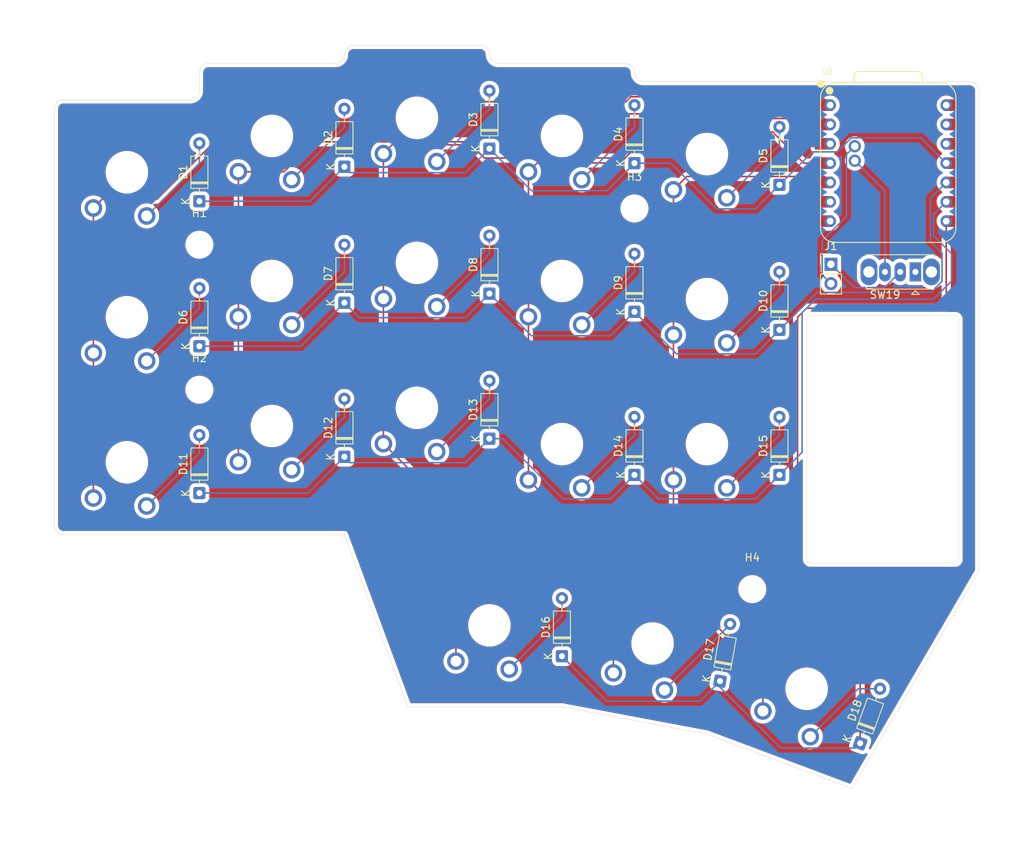
<source format=kicad_pcb>
(kicad_pcb (version 20241229) (generator "pcbnew") (generator_version "9.0")
  (layers (0 "F.Cu" signal) (2 "B.Cu" signal) (13 "F.Paste" user) (15 "B.Paste" user) (5 "F.SilkS" user "F.Silkscreen") (7 "B.SilkS" user "B.Silkscreen") (1 "F.Mask" user) (3 "B.Mask" user) (25 "Edge.Cuts" user))
  (net 0 "")
  (net 1 "Net-(D1-A)")
  (net 2 "Row 0")
  (net 3 "Net-(D2-A)")
  (net 4 "Net-(D3-A)")
  (net 5 "Net-(D4-A)")
  (net 6 "Net-(D5-A)")
  (net 7 "Net-(D6-A)")
  (net 8 "Row 1")
  (net 9 "Net-(D7-A)")
  (net 10 "Net-(D8-A)")
  (net 11 "Net-(D9-A)")
  (net 12 "Net-(D10-A)")
  (net 13 "Row 2")
  (net 14 "Net-(D11-A)")
  (net 15 "Net-(D12-A)")
  (net 16 "Net-(D13-A)")
  (net 17 "Net-(D14-A)")
  (net 18 "Net-(D15-A)")
  (net 19 "Row 3")
  (net 20 "Net-(D16-A)")
  (net 21 "Net-(D17-A)")
  (net 22 "Net-(D18-A)")
  (net 23 "GND")
  (net 24 "+5V")
  (net 25 "Net-(J1-Pin_1)")
  (net 26 "B-")
  (net 27 "Column 0")
  (net 28 "Column 1")
  (net 29 "Column 2")
  (net 30 "Column 3")
  (net 31 "Column 4")
  (net 33 "B+")
  (net 34 "+3V3")
  (footprint "Diode_THT:D_DO-35_SOD27_P7.62mm_Horizontal" (layer "F.Cu") (at 123.4625 92.216875 90)
    (property "Reference" "D14" (at 3.81 -2.119999 90) (layer "F.SilkS"))
    (property "Value" "1N4148")
    (fp_text user "K" (at -0.000002 -1.800001 90) (layer "F.SilkS"))
    (pad "1" thru_hole roundrect (at 0 0 90) (size 1.6 1.6) (drill 0.8) (layers "*.Cu" "*.Mask") (roundrect_rratio 0.15625) (net 13 "Row 2"))
    (pad "2" thru_hole circle (at 7.62 0 90) (size 1.6 1.6) (drill 0.8) (layers "*.Cu" "*.Mask") (net 17 "Net-(D14-A)"))
  )
  (footprint "KS33 Solderable:Gateron-KS33-Solderable-1U" (layer "F.Cu") (at 75.8375 47.6875)
    (property "Reference" "SW2")
    (property "Value" "SW_Push_45deg")
    (pad "" np_thru_hole circle (at 0 0 180) (size 5.1 5.1) (drill 5.1) (layers "*.Cu" "*.Mask"))
    (pad "1" thru_hole circle (at -4.4 4.7 180) (size 2.3 2.3) (drill 1.45) (layers "*.Cu" "B.Mask") (net 28 "Column 1"))
    (pad "2" thru_hole circle (at 2.6 5.75 180) (size 2.3 2.3) (drill 1.45) (layers "*.Cu" "B.Mask") (net 3 "Net-(D2-A)"))
  )
  (footprint "MountingHole:MountingHole_3.2mm_M3" (layer "F.Cu") (at 138.940625 107.21875)
    (property "Reference" "H4" (at 0 -4.15 0) (layer "F.SilkS"))
    (property "Value" "MountingHole")
    (pad "" np_thru_hole circle (at 0 0) (size 3.2 3.2) (drill 3.2) (layers "*.Cu" "*.Mask"))
  )
  (footprint "Diode_THT:D_DO-35_SOD27_P7.62mm_Horizontal" (layer "F.Cu") (at 66.3125 56.26 90)
    (property "Reference" "D1" (at 3.81 -2.119999 90) (layer "F.SilkS"))
    (property "Value" "1N4148")
    (fp_text user "K" (at -0.000002 -1.800001 90) (layer "F.SilkS"))
    (pad "1" thru_hole roundrect (at 0 0 90) (size 1.6 1.6) (drill 0.8) (layers "*.Cu" "*.Mask") (roundrect_rratio 0.15625) (net 2 "Row 0"))
    (pad "2" thru_hole circle (at 7.62 0 90) (size 1.6 1.6) (drill 0.8) (layers "*.Cu" "*.Mask") (net 1 "Net-(D1-A)"))
  )
  (footprint "MountingHole:MountingHole_3.2mm_M3" (layer "F.Cu") (at 66.3125 81.025)
    (property "Reference" "H2" (at 0 -4.15 0) (layer "F.SilkS"))
    (property "Value" "MountingHole")
    (pad "" np_thru_hole circle (at 0 0) (size 3.2 3.2) (drill 3.2) (layers "*.Cu" "*.Mask"))
  )
  (footprint "KS33 Solderable:Gateron-KS33-Solderable-1U" (layer "F.Cu") (at 94.8875 83.40625)
    (property "Reference" "SW13")
    (property "Value" "SW_Push_45deg")
    (pad "" np_thru_hole circle (at 0 0 180) (size 5.1 5.1) (drill 5.1) (layers "*.Cu" "*.Mask"))
    (pad "1" thru_hole circle (at -4.4 4.7 180) (size 2.3 2.3) (drill 1.45) (layers "*.Cu" "B.Mask") (net 29 "Column 2"))
    (pad "2" thru_hole circle (at 2.6 5.75 180) (size 2.3 2.3) (drill 1.45) (layers "*.Cu" "B.Mask") (net 16 "Net-(D13-A)"))
  )
  (footprint "KS33 Solderable:Gateron-KS33-Solderable-1U" (layer "F.Cu") (at 125.84375 114.3625 -10)
    (property "Reference" "SW17")
    (property "Value" "SW_Push_45deg")
    (pad "" np_thru_hole circle (at 0 0 170) (size 5.1 5.1) (drill 5.1) (layers "*.Cu" "*.Mask"))
    (pad "1" thru_hole circle (at -4.400002 4.7 170) (size 2.3 2.3) (drill 1.45) (layers "*.Cu" "B.Mask") (net 30 "Column 3"))
    (pad "2" thru_hole circle (at 2.6 5.75 170) (size 2.3 2.3) (drill 1.45) (layers "*.Cu" "B.Mask") (net 21 "Net-(D17-A)"))
  )
  (footprint "KS33 Solderable:Gateron-KS33-Solderable-1U" (layer "F.Cu") (at 94.8875 45.30625)
    (property "Reference" "SW3")
    (property "Value" "SW_Push_45deg")
    (pad "" np_thru_hole circle (at 0 0 180) (size 5.1 5.1) (drill 5.1) (layers "*.Cu" "*.Mask"))
    (pad "1" thru_hole circle (at -4.4 4.7 180) (size 2.3 2.3) (drill 1.45) (layers "*.Cu" "B.Mask") (net 29 "Column 2"))
    (pad "2" thru_hole circle (at 2.6 5.75 180) (size 2.3 2.3) (drill 1.45) (layers "*.Cu" "B.Mask") (net 4 "Net-(D3-A)"))
  )
  (footprint "Diode_THT:D_DO-35_SOD27_P7.62mm_Horizontal" (layer "F.Cu") (at 85.3625 51.735625 90)
    (property "Reference" "D2" (at 3.81 -2.119999 90) (layer "F.SilkS"))
    (property "Value" "1N4148")
    (fp_text user "K" (at -0.000002 -1.800001 90) (layer "F.SilkS"))
    (pad "1" thru_hole roundrect (at 0 0 90) (size 1.6 1.6) (drill 0.8) (layers "*.Cu" "*.Mask") (roundrect_rratio 0.15625) (net 2 "Row 0"))
    (pad "2" thru_hole circle (at 7.62 0 90) (size 1.6 1.6) (drill 0.8) (layers "*.Cu" "*.Mask") (net 3 "Net-(D2-A)"))
  )
  (footprint "Diode_THT:D_DO-35_SOD27_P7.62mm_Horizontal" (layer "F.Cu") (at 85.3625 89.835625 90)
    (property "Reference" "D12" (at 3.81 -2.119999 90) (layer "F.SilkS"))
    (property "Value" "1N4148")
    (fp_text user "K" (at -0.000002 -1.800001 90) (layer "F.SilkS"))
    (pad "1" thru_hole roundrect (at 0 0 90) (size 1.6 1.6) (drill 0.8) (layers "*.Cu" "*.Mask") (roundrect_rratio 0.15625) (net 13 "Row 2"))
    (pad "2" thru_hole circle (at 7.62 0 90) (size 1.6 1.6) (drill 0.8) (layers "*.Cu" "*.Mask") (net 15 "Net-(D12-A)"))
  )
  (footprint "KS33 Solderable:Gateron-KS33-Solderable-1U" (layer "F.Cu") (at 132.9875 69.11875)
    (property "Reference" "SW10")
    (property "Value" "SW_Push_45deg")
    (pad "" np_thru_hole circle (at 0 0 180) (size 5.1 5.1) (drill 5.1) (layers "*.Cu" "*.Mask"))
    (pad "1" thru_hole circle (at -4.4 4.7 180) (size 2.3 2.3) (drill 1.45) (layers "*.Cu" "B.Mask") (net 31 "Column 4"))
    (pad "2" thru_hole circle (at 2.6 5.75 180) (size 2.3 2.3) (drill 1.45) (layers "*.Cu" "B.Mask") (net 12 "Net-(D10-A)"))
  )
  (footprint "Diode_THT:D_DO-35_SOD27_P7.62mm_Horizontal" (layer "F.Cu") (at 113.9375 116.029375 90)
    (property "Reference" "D16" (at 3.81 -2.119999 90) (layer "F.SilkS"))
    (property "Value" "1N4148")
    (fp_text user "K" (at -0.000002 -1.800001 90) (layer "F.SilkS"))
    (pad "1" thru_hole roundrect (at 0 0 90) (size 1.6 1.6) (drill 0.8) (layers "*.Cu" "*.Mask") (roundrect_rratio 0.15625) (net 19 "Row 3"))
    (pad "2" thru_hole circle (at 7.62 0 90) (size 1.6 1.6) (drill 0.8) (layers "*.Cu" "*.Mask") (net 20 "Net-(D16-A)"))
  )
  (footprint "KS33 Solderable:Gateron-KS33-Solderable-1U" (layer "F.Cu") (at 132.9875 88.16875)
    (property "Reference" "SW15")
    (property "Value" "SW_Push_45deg")
    (pad "" np_thru_hole circle (at 0 0 180) (size 5.1 5.1) (drill 5.1) (layers "*.Cu" "*.Mask"))
    (pad "1" thru_hole circle (at -4.4 4.7 180) (size 2.3 2.3) (drill 1.45) (layers "*.Cu" "B.Mask") (net 31 "Column 4"))
    (pad "2" thru_hole circle (at 2.6 5.75 180) (size 2.3 2.3) (drill 1.45) (layers "*.Cu" "B.Mask") (net 18 "Net-(D15-A)"))
  )
  (footprint "KS33 Solderable:Gateron-KS33-Solderable-1U" (layer "F.Cu") (at 113.9375 47.6875)
    (property "Reference" "SW4")
    (property "Value" "SW_Push_45deg")
    (pad "" np_thru_hole circle (at 0 0 180) (size 5.1 5.1) (drill 5.1) (layers "*.Cu" "*.Mask"))
    (pad "1" thru_hole circle (at -4.4 4.7 180) (size 2.3 2.3) (drill 1.45) (layers "*.Cu" "B.Mask") (net 30 "Column 3"))
    (pad "2" thru_hole circle (at 2.6 5.75 180) (size 2.3 2.3) (drill 1.45) (layers "*.Cu" "B.Mask") (net 5 "Net-(D4-A)"))
  )
  (footprint "Diode_THT:D_DO-35_SOD27_P7.62mm_Horizontal" (layer "F.Cu") (at 104.4125 68.404375 90)
    (property "Reference" "D8" (at 3.81 -2.119999 90) (layer "F.SilkS"))
    (property "Value" "1N4148")
    (fp_text user "K" (at -0.000002 -1.800001 90) (layer "F.SilkS"))
    (pad "1" thru_hole roundrect (at 0 0 90) (size 1.6 1.6) (drill 0.8) (layers "*.Cu" "*.Mask") (roundrect_rratio 0.15625) (net 8 "Row 1"))
    (pad "2" thru_hole circle (at 7.62 0 90) (size 1.6 1.6) (drill 0.8) (layers "*.Cu" "*.Mask") (net 10 "Net-(D8-A)"))
  )
  (footprint "MountingHole:MountingHole_3.2mm_M3" (layer "F.Cu") (at 66.3125 61.975)
    (property "Reference" "H1" (at 0 -4.15 0) (layer "F.SilkS"))
    (property "Value" "MountingHole")
    (pad "" np_thru_hole circle (at 0 0) (size 3.2 3.2) (drill 3.2) (layers "*.Cu" "*.Mask"))
  )
  (footprint "MountingHole:MountingHole_3.2mm_M3" (layer "F.Cu") (at 123.4625 57.2125)
    (property "Reference" "H3" (at 0 -4.15 0) (layer "F.SilkS"))
    (property "Value" "MountingHole")
    (pad "" np_thru_hole circle (at 0 0) (size 3.2 3.2) (drill 3.2) (layers "*.Cu" "*.Mask"))
  )
  (footprint "Diode_THT:D_DO-35_SOD27_P7.62mm_Horizontal" (layer "F.Cu") (at 142.5125 54.116875 90)
    (property "Reference" "D5" (at 3.81 -2.119999 90) (layer "F.SilkS"))
    (property "Value" "1N4148")
    (fp_text user "K" (at -0.000002 -1.800001 90) (layer "F.SilkS"))
    (pad "1" thru_hole roundrect (at 0 0 90) (size 1.6 1.6) (drill 0.8) (layers "*.Cu" "*.Mask") (roundrect_rratio 0.15625) (net 2 "Row 0"))
    (pad "2" thru_hole circle (at 7.62 0 90) (size 1.6 1.6) (drill 0.8) (layers "*.Cu" "*.Mask") (net 6 "Net-(D5-A)"))
  )
  (footprint "Diode_THT:D_DO-35_SOD27_P7.62mm_Horizontal" (layer "F.Cu") (at 123.4625 70.785625 90)
    (property "Reference" "D9" (at 3.81 -2.119999 90) (layer "F.SilkS"))
    (property "Value" "1N4148")
    (fp_text user "K" (at -0.000002 -1.800001 90) (layer "F.SilkS"))
    (pad "1" thru_hole roundrect (at 0 0 90) (size 1.6 1.6) (drill 0.8) (layers "*.Cu" "*.Mask") (roundrect_rratio 0.15625) (net 8 "Row 1"))
    (pad "2" thru_hole circle (at 7.62 0 90) (size 1.6 1.6) (drill 0.8) (layers "*.Cu" "*.Mask") (net 11 "Net-(D9-A)"))
  )
  (footprint "Diode_THT:D_DO-35_SOD27_P7.62mm_Horizontal" (layer "F.Cu") (at 66.3125 75.31 90)
    (property "Reference" "D6" (at 3.81 -2.119999 90) (layer "F.SilkS"))
    (property "Value" "1N4148")
    (fp_text user "K" (at -0.000002 -1.800001 90) (layer "F.SilkS"))
    (pad "1" thru_hole roundrect (at 0 0 90) (size 1.6 1.6) (drill 0.8) (layers "*.Cu" "*.Mask") (roundrect_rratio 0.15625) (net 8 "Row 1"))
    (pad "2" thru_hole circle (at 7.62 0 90) (size 1.6 1.6) (drill 0.8) (layers "*.Cu" "*.Mask") (net 7 "Net-(D6-A)"))
  )
  (footprint "xiao:XIAO-nRF52840-DIP-Batt" (layer "F.Cu") (at 156.8 51.259375)
    (property "Reference" "U2" (at -8 -12 0) (layer "F.SilkS") (effects (font (size 0.635 0.635) (thickness 0.1016))))
    (property "Value" "XIAO-nRF52840-SMD")
    (pad "1" smd roundrect (at -8.455 -7.62 180) (size 2.432 1.524) (layers "F.Cu" "F.Mask") (roundrect_rratio 0.1) (net 27 "Column 0"))
    (pad "1" thru_hole circle (at -7.62 -7.62 180) (size 1.524 1.524) (drill 0.889) (layers "*.Cu" "*.Mask") (net 27 "Column 0"))
    (pad "2" smd roundrect (at -8.455 -5.08 180) (size 2.432 1.524) (layers "F.Cu" "F.Mask") (roundrect_rratio 0.1) (net 28 "Column 1"))
    (pad "2" thru_hole circle (at -7.62 -5.08 180) (size 1.524 1.524) (drill 0.889) (layers "*.Cu" "*.Mask") (net 28 "Column 1"))
    (pad "3" smd roundrect (at -8.455 -2.54 180) (size 2.432 1.524) (layers "F.Cu" "F.Mask") (roundrect_rratio 0.1) (net 29 "Column 2"))
    (pad "3" thru_hole circle (at -7.62 -2.54 180) (size 1.524 1.524) (drill 0.889) (layers "*.Cu" "*.Mask") (net 29 "Column 2"))
    (pad "4" smd roundrect (at -8.455 0 180) (size 2.432 1.524) (layers "F.Cu" "F.Mask") (roundrect_rratio 0.1) (net 30 "Column 3"))
    (pad "4" thru_hole circle (at -7.62 0 180) (size 1.524 1.524) (drill 0.889) (layers "*.Cu" "*.Mask") (net 30 "Column 3"))
    (pad "5" smd roundrect (at -8.455 2.54 180) (size 2.432 1.524) (layers "F.Cu" "F.Mask") (roundrect_rratio 0.1) (net 31 "Column 4"))
    (pad "5" thru_hole circle (at -7.62 2.54 180) (size 1.524 1.524) (drill 0.889) (layers "*.Cu" "*.Mask") (net 31 "Column 4"))
    (pad "6" smd roundrect (at -8.455 5.08 180) (size 2.432 1.524) (layers "F.Cu" "F.Mask") (roundrect_rratio 0.1))
    (pad "6" thru_hole circle (at -7.62 5.08 180) (size 1.524 1.524) (drill 0.889) (layers "*.Cu" "*.Mask"))
    (pad "7" smd roundrect (at -8.455 7.62 180) (size 2.432 1.524) (layers "F.Cu" "F.Mask") (roundrect_rratio 0.1))
    (pad "7" thru_hole circle (at -7.62 7.62 180) (size 1.524 1.524) (drill 0.889) (layers "*.Cu" "*.Mask"))
    (pad "8" thru_hole circle (at 7.62 7.62) (size 1.524 1.524) (drill 0.889) (layers "*.Cu" "*.Mask") (net 19 "Row 3"))
    (pad "8" smd roundrect (at 8.455 7.62) (size 2.432 1.524) (layers "F.Cu" "F.Mask") (roundrect_rratio 0.1) (net 19 "Row 3"))
    (pad "9" thru_hole circle (at 7.62 5.08) (size 1.524 1.524) (drill 0.889) (layers "*.Cu" "*.Mask") (net 13 "Row 2"))
    (pad "9" smd roundrect (at 8.455 5.08) (size 2.432 1.524) (layers "F.Cu" "F.Mask") (roundrect_rratio 0.1) (net 13 "Row 2"))
    (pad "10" thru_hole circle (at 7.62 2.54) (size 1.524 1.524) (drill 0.889) (layers "*.Cu" "*.Mask") (net 8 "Row 1"))
    (pad "10" smd roundrect (at 8.455 2.54) (size 2.432 1.524) (layers "F.Cu" "F.Mask") (roundrect_rratio 0.1) (net 8 "Row 1"))
    (pad "11" thru_hole circle (at 7.62 0) (size 1.524 1.524) (drill 0.889) (layers "*.Cu" "*.Mask") (net 2 "Row 0"))
    (pad "11" smd roundrect (at 8.455 0) (size 2.432 1.524) (layers "F.Cu" "F.Mask") (roundrect_rratio 0.1) (net 2 "Row 0"))
    (pad "12" thru_hole circle (at 7.62 -2.54) (size 1.524 1.524) (drill 0.889) (layers "*.Cu" "*.Mask") (net 34 "+3V3"))
    (pad "12" smd roundrect (at 8.455 -2.54) (size 2.432 1.524) (layers "F.Cu" "F.Mask") (roundrect_rratio 0.1) (net 34 "+3V3"))
    (pad "13" thru_hole circle (at 7.62 -5.08) (size 1.524 1.524) (drill 0.889) (layers "*.Cu" "*.Mask") (net 23 "GND"))
    (pad "13" smd roundrect (at 8.455 -5.08) (size 2.432 1.524) (layers "F.Cu" "F.Mask") (roundrect_rratio 0.1) (net 23 "GND"))
    (pad "14" thru_hole circle (at 7.62 -7.62) (size 1.524 1.524) (drill 0.889) (layers "*.Cu" "*.Mask") (net 24 "+5V"))
    (pad "14" smd roundrect (at 8.455 -7.62) (size 2.432 1.524) (layers "F.Cu" "F.Mask") (roundrect_rratio 0.1) (net 24 "+5V"))
    (pad "15" thru_hole circle (at -4.39 -0.317 180) (size 1.6 1.6) (drill 1) (layers "*.Cu" "*.Mask") (net 33 "B+"))
    (pad "16" thru_hole circle (at -4.39 -2.222 180) (size 1.6 1.6) (drill 1) (layers "*.Cu" "*.Mask") (net 26 "B-"))
  )
  (footprint "KS33 Solderable:Gateron-KS33-Solderable-1U" (layer "F.Cu") (at 75.8375 85.7875)
    (property "Reference" "SW12")
    (property "Value" "SW_Push_45deg")
    (pad "" np_thru_hole circle (at 0 0 180) (size 5.1 5.1) (drill 5.1) (layers "*.Cu" "*.Mask"))
    (pad "1" thru_hole circle (at -4.4 4.7 180) (size 2.3 2.3) (drill 1.45) (layers "*.Cu" "B.Mask") (net 28 "Column 1"))
    (pad "2" thru_hole circle (at 2.6 5.75 180) (size 2.3 2.3) (drill 1.45) (layers "*.Cu" "B.Mask") (net 15 "Net-(D12-A)"))
  )
  (footprint "KS33 Solderable:Gateron-KS33-Solderable-1U" (layer "F.Cu") (at 146.084375 120.315625 -20)
    (property "Reference" "SW18")
    (property "Value" "SW_Push_45deg")
    (pad "" np_thru_hole circle (at 0 0 160) (size 5.1 5.1) (drill 5.1) (layers "*.Cu" "*.Mask"))
    (pad "1" thru_hole circle (at -4.400001 4.7 160) (size 2.3 2.3) (drill 1.45) (layers "*.Cu" "B.Mask") (net 31 "Column 4"))
    (pad "2" thru_hole circle (at 2.6 5.75 160) (size 2.3 2.3) (drill 1.45) (layers "*.Cu" "B.Mask") (net 22 "Net-(D18-A)"))
  )
  (footprint "KS33 Solderable:Gateron-KS33-Solderable-1U" (layer "F.Cu") (at 113.9375 88.16875)
    (property "Reference" "SW14")
    (property "Value" "SW_Push_45deg")
    (pad "" np_thru_hole circle (at 0 0 180) (size 5.1 5.1) (drill 5.1) (layers "*.Cu" "*.Mask"))
    (pad "1" thru_hole circle (at -4.4 4.7 180) (size 2.3 2.3) (drill 1.45) (layers "*.Cu" "B.Mask") (net 30 "Column 3"))
    (pad "2" thru_hole circle (at 2.6 5.75 180) (size 2.3 2.3) (drill 1.45) (layers "*.Cu" "B.Mask") (net 17 "Net-(D14-A)"))
  )
  (footprint "Diode_THT:D_DO-35_SOD27_P7.62mm_Horizontal" (layer "F.Cu") (at 104.4125 49.354375 90)
    (property "Reference" "D3" (at 3.81 -2.119999 90) (layer "F.SilkS"))
    (property "Value" "1N4148")
    (fp_text user "K" (at -0.000002 -1.800001 90) (layer "F.SilkS"))
    (pad "1" thru_hole roundrect (at 0 0 90) (size 1.6 1.6) (drill 0.8) (layers "*.Cu" "*.Mask") (roundrect_rratio 0.15625) (net 2 "Row 0"))
    (pad "2" thru_hole circle (at 7.62 0 90) (size 1.6 1.6) (drill 0.8) (layers "*.Cu" "*.Mask") (net 4 "Net-(D3-A)"))
  )
  (footprint "Diode_THT:D_DO-35_SOD27_P7.62mm_Horizontal" (layer "F.Cu") (at 134.70715 119.305242 80)
    (property "Reference" "D17" (at 3.81 -2.119999 80) (layer "F.SilkS"))
    (property "Value" "1N4148")
    (fp_text user "K" (at -0.000002 -1.800001 80) (layer "F.SilkS"))
    (pad "1" thru_hole roundrect (at 0 0 80) (size 1.6 1.6) (drill 0.8) (layers "*.Cu" "*.Mask") (roundrect_rratio 0.15625) (net 19 "Row 3"))
    (pad "2" thru_hole circle (at 7.62 0 80) (size 1.6 1.6) (drill 0.8) (layers "*.Cu" "*.Mask") (net 21 "Net-(D17-A)"))
  )
  (footprint "KS33 Solderable:Gateron-KS33-Solderable-1U" (layer "F.Cu") (at 75.8375 66.7375)
    (property "Reference" "SW7")
    (property "Value" "SW_Push_45deg")
    (pad "" np_thru_hole circle (at 0 0 180) (size 5.1 5.1) (drill 5.1) (layers "*.Cu" "*.Mask"))
    (pad "1" thru_hole circle (at -4.4 4.7 180) (size 2.3 2.3) (drill 1.45) (layers "*.Cu" "B.Mask") (net 28 "Column 1"))
    (pad "2" thru_hole circle (at 2.6 5.75 180) (size 2.3 2.3) (drill 1.45) (layers "*.Cu" "B.Mask") (net 9 "Net-(D7-A)"))
  )
  (footprint "KS33 Solderable:Gateron-KS33-Solderable-1U" (layer "F.Cu") (at 113.9375 66.7375)
    (property "Reference" "SW9")
    (property "Value" "SW_Push_45deg")
    (pad "" np_thru_hole circle (at 0 0 180) (size 5.1 5.1) (drill 5.1) (layers "*.Cu" "*.Mask"))
    (pad "1" thru_hole circle (at -4.4 4.7 180) (size 2.3 2.3) (drill 1.45) (layers "*.Cu" "B.Mask") (net 30 "Column 3"))
    (pad "2" thru_hole circle (at 2.6 5.75 180) (size 2.3 2.3) (drill 1.45) (layers "*.Cu" "B.Mask") (net 11 "Net-(D9-A)"))
  )
  (footprint "Diode_THT:D_DO-35_SOD27_P7.62mm_Horizontal" (layer "F.Cu") (at 153.115653 127.467728 70)
    (property "Reference" "D18" (at 3.810002 -2.12 70) (layer "F.SilkS"))
    (property "Value" "1N4148")
    (fp_text user "K" (at -0.000002 -1.800001 70) (layer "F.SilkS"))
    (pad "1" thru_hole roundrect (at 0 0 70) (size 1.6 1.6) (drill 0.8) (layers "*.Cu" "*.Mask") (roundrect_rratio 0.15625) (net 19 "Row 3"))
    (pad "2" thru_hole circle (at 7.62 -0.000001 70) (size 1.6 1.6) (drill 0.8) (layers "*.Cu" "*.Mask") (net 22 "Net-(D18-A)"))
  )
  (footprint "Diode_THT:D_DO-35_SOD27_P7.62mm_Horizontal" (layer "F.Cu") (at 85.3625 69.595 90)
    (property "Reference" "D7" (at 3.81 -2.119999 90) (layer "F.SilkS"))
    (property "Value" "1N4148")
    (fp_text user "K" (at -0.000002 -1.800001 90) (layer "F.SilkS"))
    (pad "1" thru_hole roundrect (at 0 0 90) (size 1.6 1.6) (drill 0.8) (layers "*.Cu" "*.Mask") (roundrect_rratio 0.15625) (net 8 "Row 1"))
    (pad "2" thru_hole circle (at 7.62 0 90) (size 1.6 1.6) (drill 0.8) (layers "*.Cu" "*.Mask") (net 9 "Net-(D7-A)"))
  )
  (footprint "Diode_THT:D_DO-35_SOD27_P7.62mm_Horizontal" (layer "F.Cu") (at 66.3125 94.598125 90)
    (property "Reference" "D11" (at 3.81 -2.119999 90) (layer "F.SilkS"))
    (property "Value" "1N4148")
    (fp_text user "K" (at -0.000002 -1.800001 90) (layer "F.SilkS"))
    (pad "1" thru_hole roundrect (at 0 0 90) (size 1.6 1.6) (drill 0.8) (layers "*.Cu" "*.Mask") (roundrect_rratio 0.15625) (net 13 "Row 2"))
    (pad "2" thru_hole circle (at 7.62 0 90) (size 1.6 1.6) (drill 0.8) (layers "*.Cu" "*.Mask") (net 14 "Net-(D11-A)"))
  )
  (footprint "Diode_THT:D_DO-35_SOD27_P7.62mm_Horizontal" (layer "F.Cu") (at 142.5125 92.216875 90)
    (property "Reference" "D15" (at 3.81 -2.119999 90) (layer "F.SilkS"))
    (property "Value" "1N4148")
    (fp_text user "K" (at -0.000002 -1.800001 90) (layer "F.SilkS"))
    (pad "1" thru_hole roundrect (at 0 0 90) (size 1.6 1.6) (drill 0.8) (layers "*.Cu" "*.Mask") (roundrect_rratio 0.15625) (net 13 "Row 2"))
    (pad "2" thru_hole circle (at 7.62 0 90) (size 1.6 1.6) (drill 0.8) (layers "*.Cu" "*.Mask") (net 18 "Net-(D15-A)"))
  )
  (footprint "KS33 Solderable:Gateron-KS33-Solderable-1U" (layer "F.Cu") (at 94.8875 64.35625)
    (property "Reference" "SW8")
    (property "Value" "SW_Push_45deg")
    (pad "" np_thru_hole circle (at 0 0 180) (size 5.1 5.1) (drill 5.1) (layers "*.Cu" "*.Mask"))
    (pad "1" thru_hole circle (at -4.4 4.7 180) (size 2.3 2.3) (drill 1.45) (layers "*.Cu" "B.Mask") (net 29 "Column 2"))
    (pad "2" thru_hole circle (at 2.6 5.75 180) (size 2.3 2.3) (drill 1.45) (layers "*.Cu" "B.Mask") (net 10 "Net-(D8-A)"))
  )
  (footprint "Connector_PinHeader_2.54mm:PinHeader_1x02_P2.54mm_Vertical" (layer "F.Cu") (at 149.275003 64.546874)
    (property "Reference" "J1" (at 0 -2.38 0) (layer "F.SilkS"))
    (property "Value" "Conn_01x02_Pin")
    (pad "1" thru_hole rect (at 0 0) (size 1.7 1.7) (drill 1) (layers "*.Cu" "*.Mask") (net 25 "Net-(J1-Pin_1)"))
    (pad "2" thru_hole circle (at 0 2.54) (size 1.7 1.7) (drill 1) (layers "*.Cu" "*.Mask") (net 26 "B-"))
  )
  (footprint "Diode_THT:D_DO-35_SOD27_P7.62mm_Horizontal" (layer "F.Cu") (at 104.4125 87.454375 90)
    (property "Reference" "D13" (at 3.81 -2.119999 90) (layer "F.SilkS"))
    (property "Value" "1N4148")
    (fp_text user "K" (at -0.000002 -1.800001 90) (layer "F.SilkS"))
    (pad "1" thru_hole roundrect (at 0 0 90) (size 1.6 1.6) (drill 0.8) (layers "*.Cu" "*.Mask") (roundrect_rratio 0.15625) (net 13 "Row 2"))
    (pad "2" thru_hole circle (at 7.62 0 90) (size 1.6 1.6) (drill 0.8) (layers "*.Cu" "*.Mask") (net 16 "Net-(D13-A)"))
  )
  (footprint "Button_Switch_THT:SW_Slide_SPDT_Straight_CK_OS102011MS2Q" (layer "F.Cu") (at 160.371875 65.546875 180)
    (property "Reference" "SW19" (at 3.99 -2.99 0) (layer "F.SilkS"))
    (property "Value" "SW_SPDT")
    (pad "" thru_hole oval (at -2.1 0 180) (size 2.2 3.5) (drill 1.5) (layers "*.Cu" "*.Mask"))
    (pad "" thru_hole oval (at 6.1 0 180) (size 2.2 3.5) (drill 1.5) (layers "*.Cu" "*.Mask"))
    (pad "1" thru_hole rect (at 0 0 180) (size 1.5 2.5) (drill 0.8) (layers "*.Cu" "*.Mask"))
    (pad "2" thru_hole oval (at 2.000003 0.000001 180) (size 1.5 2.5) (drill 0.8) (layers "*.Cu" "*.Mask") (net 25 "Net-(J1-Pin_1)"))
    (pad "3" thru_hole oval (at 4 0 180) (size 1.5 2.5) (drill 0.8) (layers "*.Cu" "*.Mask") (net 33 "B+"))
  )
  (footprint "KS33 Solderable:Gateron-KS33-Solderable-1U" (layer "F.Cu") (at 56.7875 90.55)
    (property "Reference" "SW11")
    (property "Value" "SW_Push_45deg")
    (pad "" np_thru_hole circle (at 0 0 180) (size 5.1 5.1) (drill 5.1) (layers "*.Cu" "*.Mask"))
    (pad "1" thru_hole circle (at -4.4 4.7 180) (size 2.3 2.3) (drill 1.45) (layers "*.Cu" "B.Mask") (net 27 "Column 0"))
    (pad "2" thru_hole circle (at 2.6 5.75 180) (size 2.3 2.3) (drill 1.45) (layers "*.Cu" "B.Mask") (net 14 "Net-(D11-A)"))
  )
  (footprint "KS33 Solderable:Gateron-KS33-Solderable-1U" (layer "F.Cu") (at 56.7875 52.45)
    (property "Reference" "SW1")
    (property "Value" "SW_Push_45deg")
    (pad "" np_thru_hole circle (at 0 0 180) (size 5.1 5.1) (drill 5.1) (layers "*.Cu" "*.Mask"))
    (pad "1" thru_hole circle (at -4.4 4.7 180) (size 2.3 2.3) (drill 1.45) (layers "*.Cu" "B.Mask") (net 27 "Column 0"))
    (pad "2" thru_hole circle (at 2.6 5.75 180) (size 2.3 2.3) (drill 1.45) (layers "*.Cu" "B.Mask") (net 1 "Net-(D1-A)"))
  )
  (footprint "KS33 Solderable:Gateron-KS33-Solderable-1U" (layer "F.Cu") (at 56.7875 71.5)
    (property "Reference" "SW6")
    (property "Value" "SW_Push_45deg")
    (pad "" np_thru_hole circle (at 0 0 180) (size 5.1 5.1) (drill 5.1) (layers "*.Cu" "*.Mask"))
    (pad "1" thru_hole circle (at -4.4 4.7 180) (size 2.3 2.3) (drill 1.45) (layers "*.Cu" "B.Mask") (net 27 "Column 0"))
    (pad "2" thru_hole circle (at 2.6 5.75 180) (size 2.3 2.3) (drill 1.45) (layers "*.Cu" "B.Mask") (net 7 "Net-(D6-A)"))
  )
  (footprint "KS33 Solderable:Gateron-KS33-Solderable-1U" (layer "F.Cu") (at 104.4125 111.98125)
    (property "Reference" "SW16")
    (property "Value" "SW_Push_45deg")
    (pad "" np_thru_hole circle (at 0 0 180) (size 5.1 5.1) (drill 5.1) (layers "*.Cu" "*.Mask"))
    (pad "1" thru_hole circle (at -4.4 4.7 180) (size 2.3 2.3) (drill 1.45) (layers "*.Cu" "B.Mask") (net 29 "Column 2"))
    (pad "2" thru_hole circle (at 2.6 5.75 180) (size 2.3 2.3) (drill 1.45) (layers "*.Cu" "B.Mask") (net 20 "Net-(D16-A)"))
  )
  (footprint "Diode_THT:D_DO-35_SOD27_P7.62mm_Horizontal" (layer "F.Cu") (at 142.5125 73.166875 90)
    (property "Reference" "D10" (at 3.81 -2.119999 90) (layer "F.SilkS"))
    (property "Value" "1N4148")
    (fp_text user "K" (at -0.000002 -1.800001 90) (layer "F.SilkS"))
    (pad "1" thru_hole roundrect (at 0 0 90) (size 1.6 1.6) (drill 0.8) (layers "*.Cu" "*.Mask") (roundrect_rratio 0.15625) (net 8 "Row 1"))
    (pad "2" thru_hole circle (at 7.62 0 90) (size 1.6 1.6) (drill 0.8) (layers "*.Cu" "*.Mask") (net 12 "Net-(D10-A)"))
  )
  (footprint "Diode_THT:D_DO-35_SOD27_P7.62mm_Horizontal" (layer "F.Cu") (at 123.4625 51.259375 90)
    (property "Reference" "D4" (at 3.81 -2.119999 90) (layer "F.SilkS"))
    (property "Value" "1N4148")
    (fp_text user "K" (at -0.000002 -1.800001 90) (layer "F.SilkS"))
    (pad "1" thru_hole roundrect (at 0 0 90) (size 1.6 1.6) (drill 0.8) (layers "*.Cu" "*.Mask") (roundrect_rratio 0.15625) (net 2 "Row 0"))
    (pad "2" thru_hole circle (at 7.62 0 90) (size 1.6 1.6) (drill 0.8) (layers "*.Cu" "*.Mask") (net 5 "Net-(D4-A)"))
  )
  (footprint "KS33 Solderable:Gateron-KS33-Solderable-1U" (layer "F.Cu") (at 132.9875 50.06875)
    (property "Reference" "SW5")
    (property "Value" "SW_Push_45deg")
    (pad "" np_thru_hole circle (at 0 0 180) (size 5.1 5.1) (drill 5.1) (layers "*.Cu" "*.Mask"))
    (pad "1" thru_hole circle (at -4.4 4.7 180) (size 2.3 2.3) (drill 1.45) (layers "*.Cu" "B.Mask") (net 31 "Column 4"))
    (pad "2" thru_hole circle (at 2.6 5.75 180) (size 2.3 2.3) (drill 1.45) (layers "*.Cu" "B.Mask") (net 6 "Net-(D5-A)"))
  )
  (gr_line (start 165.590197 103.793303) (end 146.590197 103.793303) (stroke (width 0.05)) (layer "Edge.Cuts"))
  (gr_line (start 146.090197 103.293303) (end 146.090197 71.793303) (stroke (width 0.05)) (layer "Edge.Cuts"))
  (gr_line (start 47.2625 98.884375) (end 47.2625 44.115625) (stroke (width 0.05)) (layer "Edge.Cuts"))
  (gr_line (start 67.503125 38.1625) (end 84.171875 38.1625) (stroke (width 0.05)) (layer "Edge.Cuts"))
  (gr_arc (start 103.221875 35.78125) (mid 104.063767 36.129983) (end 104.4125 36.971875) (stroke (width 0.05)) (layer "Edge.Cuts"))
  (gr_arc (start 167.515625 40.54375) (mid 168.357549 40.892466) (end 168.70625 41.734375) (stroke (width 0.05)) (layer "Edge.Cuts"))
  (gr_arc (start 165.590197 71.293303) (mid 165.943718 71.439767) (end 166.090197 71.793303) (stroke (width 0.05)) (layer "Edge.Cuts"))
  (gr_line (start 105.603125 38.1625) (end 122.271875 38.1625) (stroke (width 0.05)) (layer "Edge.Cuts"))
  (gr_arc (start 105.603125 38.1625) (mid 104.761251 37.813764) (end 104.4125 36.971875) (stroke (width 0.05)) (layer "Edge.Cuts"))
  (gr_line (start 112.746875 122.696875) (end 93.696875 122.696875) (stroke (width 0.05)) (layer "Edge.Cuts"))
  (gr_line (start 48.453125 42.925) (end 65.121875 42.925) (stroke (width 0.05)) (layer "Edge.Cuts"))
  (gr_line (start 166.090197 71.793303) (end 166.090197 103.293303) (stroke (width 0.05)) (layer "Edge.Cuts"))
  (gr_arc (start 47.2625 44.115625) (mid 47.611216 43.273701) (end 48.453125 42.925) (stroke (width 0.05)) (layer "Edge.Cuts"))
  (gr_arc (start 146.090197 71.793303) (mid 146.236641 71.439732) (end 146.590197 71.293303) (stroke (width 0.05)) (layer "Edge.Cuts"))
  (gr_line (start 86.553125 35.78125) (end 103.221875 35.78125) (stroke (width 0.05)) (layer "Edge.Cuts"))
  (gr_line (start 152.0375 133.4125) (end 168.70625 104.8375) (stroke (width 0.05)) (layer "Edge.Cuts"))
  (gr_line (start 112.746875 122.696875) (end 113.9375 122.696875) (stroke (width 0.05)) (layer "Edge.Cuts"))
  (gr_arc (start 146.590197 103.793303) (mid 146.236676 103.646839) (end 146.090197 103.293303) (stroke (width 0.05)) (layer "Edge.Cuts"))
  (gr_line (start 66.3125 41.734375) (end 66.3125 39.353125) (stroke (width 0.05)) (layer "Edge.Cuts"))
  (gr_arc (start 166.090197 103.293303) (mid 165.943753 103.646874) (end 165.590197 103.793303) (stroke (width 0.05)) (layer "Edge.Cuts"))
  (gr_line (start 168.70625 97.69375) (end 168.70625 104.8375) (stroke (width 0.05)) (layer "Edge.Cuts"))
  (gr_arc (start 85.3625 36.971875) (mid 85.013784 37.813799) (end 84.171875 38.1625) (stroke (width 0.05)) (layer "Edge.Cuts"))
  (gr_arc (start 66.3125 39.353125) (mid 66.661216 38.511201) (end 67.503125 38.1625) (stroke (width 0.05)) (layer "Edge.Cuts"))
  (gr_arc (start 48.453125 100.075) (mid 47.611251 99.726264) (end 47.2625 98.884375) (stroke (width 0.05)) (layer "Edge.Cuts"))
  (gr_line (start 132.9875 126.26875) (end 113.9375 122.696875) (stroke (width 0.05)) (layer "Edge.Cuts"))
  (gr_line (start 124.653125 40.54375) (end 167.515625 40.54375) (stroke (width 0.05)) (layer "Edge.Cuts"))
  (gr_arc (start 85.3625 36.971875) (mid 85.711233 36.129983) (end 86.553125 35.78125) (stroke (width 0.05)) (layer "Edge.Cuts"))
  (gr_line (start 48.453125 100.075) (end 85.3625 100.075) (stroke (width 0.05)) (layer "Edge.Cuts"))
  (gr_line (start 168.70625 41.734375) (end 168.70625 97.69375) (stroke (width 0.05)) (layer "Edge.Cuts"))
  (gr_arc (start 124.653125 40.54375) (mid 123.811233 40.195017) (end 123.4625 39.353125) (stroke (width 0.05)) (layer "Edge.Cuts"))
  (gr_line (start 93.696875 122.696875) (end 85.3625 100.075) (stroke (width 0.05)) (layer "Edge.Cuts"))
  (gr_line (start 146.590197 71.293303) (end 165.590197 71.293303) (stroke (width 0.05)) (layer "Edge.Cuts"))
  (gr_arc (start 122.271875 38.1625) (mid 123.113749 38.511236) (end 123.4625 39.353125) (stroke (width 0.05)) (layer "Edge.Cuts"))
  (gr_line (start 152.0375 133.4125) (end 132.9875 126.26875) (stroke (width 0.05)) (layer "Edge.Cuts"))
  (gr_arc (start 66.3125 41.734375) (mid 65.963784 42.576299) (end 65.121875 42.925) (stroke (width 0.05)) (layer "Edge.Cuts"))
  (segment (start 59.3875 58.2) (end 66.3125 51.275) (width 0.2) (layer "B.Cu") (net 1))
  (segment (start 66.3125 51.275) (end 66.3125 48.64) (width 0.2) (layer "B.Cu") (net 1))
  (segment (start 134.235375 57.26975) (end 139.359625 57.26975) (width 0.2) (layer "B.Cu") (net 2))
  (segment (start 85.3625 51.735625) (end 86.134125 52.50725) (width 0.2) (layer "B.Cu") (net 2))
  (segment (start 109.946625 54.8885) (end 119.833375 54.8885) (width 0.2) (layer "B.Cu") (net 2))
  (segment (start 101.259625 52.50725) (end 104.4125 49.354375) (width 0.2) (layer "B.Cu") (net 2))
  (segment (start 123.4625 51.259375) (end 128.225 51.259375) (width 0.2) (layer "B.Cu") (net 2))
  (segment (start 119.833375 54.8885) (end 123.4625 51.259375) (width 0.2) (layer "B.Cu") (net 2))
  (segment (start 104.4125 49.354375) (end 109.946625 54.8885) (width 0.2) (layer "B.Cu") (net 2))
  (segment (start 150.10795 49.782375) (end 151.95395 47.936375) (width 0.2) (layer "B.Cu") (net 2))
  (segment (start 142.5125 54.116875) (end 146.847 49.782375) (width 0.2) (layer "B.Cu") (net 2))
  (segment (start 128.225 51.259375) (end 134.235375 57.26975) (width 0.2) (layer "B.Cu") (net 2))
  (segment (start 139.359625 57.26975) (end 142.5125 54.116875) (width 0.2) (layer "B.Cu") (net 2))
  (segment (start 66.3125 56.26) (end 80.838125 56.26) (width 0.2) (layer "B.Cu") (net 2))
  (segment (start 161.097 47.936375) (end 164.42 51.259375) (width 0.2) (layer "B.Cu") (net 2))
  (segment (start 86.134125 52.50725) (end 101.259625 52.50725) (width 0.2) (layer "B.Cu") (net 2))
  (segment (start 80.838125 56.26) (end 85.3625 51.735625) (width 0.2) (layer "B.Cu") (net 2))
  (segment (start 151.95395 47.936375) (end 161.097 47.936375) (width 0.2) (layer "B.Cu") (net 2))
  (segment (start 146.847 49.782375) (end 150.10795 49.782375) (width 0.2) (layer "B.Cu") (net 2))
  (segment (start 78.4375 53.4375) (end 85.3625 46.5125) (width 0.2) (layer "B.Cu") (net 3))
  (segment (start 85.3625 46.5125) (end 85.3625 44.115625) (width 0.2) (layer "B.Cu") (net 3))
  (segment (start 104.4125 44.13125) (end 104.4125 41.734375) (width 0.2) (layer "B.Cu") (net 4))
  (segment (start 97.4875 51.05625) (end 104.4125 44.13125) (width 0.2) (layer "B.Cu") (net 4))
  (segment (start 123.4625 46.5125) (end 123.4625 43.639375) (width 0.2) (layer "B.Cu") (net 5))
  (segment (start 116.5375 53.4375) (end 123.4625 46.5125) (width 0.2) (layer "B.Cu") (net 5))
  (segment (start 142.5125 48.89375) (end 142.5125 46.496875) (width 0.2) (layer "B.Cu") (net 6))
  (segment (start 135.5875 55.81875) (end 142.5125 48.89375) (width 0.2) (layer "B.Cu") (net 6))
  (segment (start 66.3125 70.325) (end 66.3125 67.69) (width 0.2) (layer "B.Cu") (net 7))
  (segment (start 59.3875 77.25) (end 66.3125 70.325) (width 0.2) (layer "B.Cu") (net 7))
  (segment (start 66.3125 75.31) (end 79.6475 75.31) (width 0.2) (layer "B.Cu") (net 8))
  (segment (start 163.872875 66.777188) (end 163.872875 63.09475) (width 0.2) (layer "B.Cu") (net 8))
  (segment (start 139.359625 76.31975) (end 142.5125 73.166875) (width 0.2) (layer "B.Cu") (net 8))
  (segment (start 142.5125 73.166875) (end 147.441501 68.237874) (width 0.2) (layer "B.Cu") (net 8))
  (segment (start 87.32475 71.55725) (end 101.259625 71.55725) (width 0.2) (layer "B.Cu") (net 8))
  (segment (start 120.309625 73.9385) (end 123.4625 70.785625) (width 0.2) (layer "B.Cu") (net 8))
  (segment (start 162.352125 61.574) (end 162.352125 55.86725) (width 0.2) (layer "B.Cu") (net 8))
  (segment (start 109.946625 73.9385) (end 120.309625 73.9385) (width 0.2) (layer "B.Cu") (net 8))
  (segment (start 162.412189 68.237874) (end 163.872875 66.777188) (width 0.2) (layer "B.Cu") (net 8))
  (segment (start 128.996625 76.31975) (end 139.359625 76.31975) (width 0.2) (layer "B.Cu") (net 8))
  (segment (start 147.441501 68.237874) (end 162.412189 68.237874) (width 0.2) (layer "B.Cu") (net 8))
  (segment (start 123.4625 70.785625) (end 128.996625 76.31975) (width 0.2) (layer "B.Cu") (net 8))
  (segment (start 162.352125 55.86725) (end 164.42 53.799375) (width 0.2) (layer "B.Cu") (net 8))
  (segment (start 101.259625 71.55725) (end 104.4125 68.404375) (width 0.2) (layer "B.Cu") (net 8))
  (segment (start 163.872875 63.09475) (end 162.352125 61.574) (width 0.2) (layer "B.Cu") (net 8))
  (segment (start 85.3625 69.595) (end 87.32475 71.55725) (width 0.2) (layer "B.Cu") (net 8))
  (segment (start 79.6475 75.31) (end 85.3625 69.595) (width 0.2) (layer "B.Cu") (net 8))
  (segment (start 104.4125 68.404375) (end 109.946625 73.9385) (width 0.2) (layer "B.Cu") (net 8))
  (segment (start 78.4375 72.4875) (end 85.3625 65.5625) (width 0.2) (layer "B.Cu") (net 9))
  (segment (start 85.3625 65.5625) (end 85.3625 61.975) (width 0.2) (layer "B.Cu") (net 9))
  (segment (start 97.4875 70.10625) (end 104.4125 63.18125) (width 0.2) (layer "B.Cu") (net 10))
  (segment (start 104.4125 63.18125) (end 104.4125 60.784375) (width 0.2) (layer "B.Cu") (net 10))
  (segment (start 123.4625 65.5625) (end 123.4625 63.165625) (width 0.2) (layer "B.Cu") (net 11))
  (segment (start 116.5375 72.4875) (end 123.4625 65.5625) (width 0.2) (layer "B.Cu") (net 11))
  (segment (start 142.5125 67.94375) (end 142.5125 65.546875) (width 0.2) (layer "B.Cu") (net 12))
  (segment (start 135.5875 74.86875) (end 142.5125 67.94375) (width 0.2) (layer "B.Cu") (net 12))
  (segment (start 162.753125 60.784375) (end 162.753125 58.00625) (width 0.2) (layer "B.Cu") (net 13))
  (segment (start 101.259625 90.60725) (end 86.134125 90.60725) (width 0.2) (layer "B.Cu") (net 13))
  (segment (start 145.489197 89.240178) (end 145.489197 70.904553) (width 0.2) (layer "B.Cu") (net 13))
  (segment (start 139.359625 95.36975) (end 126.615375 95.36975) (width 0.2) (layer "B.Cu") (net 13))
  (segment (start 86.134125 90.60725) (end 85.3625 89.835625) (width 0.2) (layer "B.Cu") (net 13))
  (segment (start 106.175149 87.454375) (end 104.4125 87.454375) (width 0.2) (layer "B.Cu") (net 13))
  (segment (start 165.134375 66.7375) (end 165.134375 63.165625) (width 0.2) (layer "B.Cu") (net 13))
  (segment (start 162.753125 58.00625) (end 164.42 56.339375) (width 0.2) (layer "B.Cu") (net 13))
  (segment (start 114.090524 95.36975) (end 106.175149 87.454375) (width 0.2) (layer "B.Cu") (net 13))
  (segment (start 165.134375 63.165625) (end 162.753125 60.784375) (width 0.2) (layer "B.Cu") (net 13))
  (segment (start 147.275 69.11875) (end 162.753125 69.11875) (width 0.2) (layer "B.Cu") (net 13))
  (segment (start 142.5125 92.216875) (end 145.489197 89.240178) (width 0.2) (layer "B.Cu") (net 13))
  (segment (start 85.3625 89.835625) (end 80.6 94.598125) (width 0.2) (layer "B.Cu") (net 13))
  (segment (start 162.753125 69.11875) (end 165.134375 66.7375) (width 0.2) (layer "B.Cu") (net 13))
  (segment (start 126.615375 95.36975) (end 123.4625 92.216875) (width 0.2) (layer "B.Cu") (net 13))
  (segment (start 123.4625 92.216875) (end 120.309625 95.36975) (width 0.2) (layer "B.Cu") (net 13))
  (segment (start 104.4125 87.454375) (end 101.259625 90.60725) (width 0.2) (layer "B.Cu") (net 13))
  (segment (start 120.309625 95.36975) (end 114.090524 95.36975) (width 0.2) (layer "B.Cu") (net 13))
  (segment (start 142.5125 92.216875) (end 139.359625 95.36975) (width 0.2) (layer "B.Cu") (net 13))
  (segment (start 145.489197 70.904553) (end 147.275 69.11875) (width 0.2) (layer "B.Cu") (net 13))
  (segment (start 80.6 94.598125) (end 66.3125 94.598125) (width 0.2) (layer "B.Cu") (net 13))
  (segment (start 59.3875 96.3) (end 66.3125 89.375) (width 0.2) (layer "B.Cu") (net 14))
  (segment (start 66.3125 89.375) (end 66.3125 86.978125) (width 0.2) (layer "B.Cu") (net 14))
  (segment (start 85.3625 84.6125) (end 85.3625 82.215625) (width 0.2) (layer "B.Cu") (net 15))
  (segment (start 78.4375 91.5375) (end 85.3625 84.6125) (width 0.2) (layer "B.Cu") (net 15))
  (segment (start 104.4125 82.23125) (end 104.4125 79.834375) (width 0.2) (layer "B.Cu") (net 16))
  (segment (start 97.4875 89.15625) (end 104.4125 82.23125) (width 0.2) (layer "B.Cu") (net 16))
  (segment (start 116.5375 93.91875) (end 123.4625 86.99375) (width 0.2) (layer "B.Cu") (net 17))
  (segment (start 123.4625 86.99375) (end 123.4625 84.596875) (width 0.2) (layer "B.Cu") (net 17))
  (segment (start 142.5125 86.99375) (end 142.5125 84.596875) (width 0.2) (layer "B.Cu") (net 18))
  (segment (start 135.5875 93.91875) (end 142.5125 86.99375) (width 0.2) (layer "B.Cu") (net 18))
  (segment (start 144.89375 104.8375) (end 144.89375 71.5) (width 0.2) (layer "F.Cu") (net 19))
  (segment (start 164.42 69.833125) (end 164.42 58.879375) (width 0.2) (layer "F.Cu") (net 19))
  (segment (start 153.115653 113.059403) (end 144.89375 104.8375) (width 0.2) (layer "F.Cu") (net 19))
  (segment (start 146.084375 70.309375) (end 163.94375 70.309375) (width 0.2) (layer "F.Cu") (net 19))
  (segment (start 153.115653 127.467728) (end 153.115653 113.059403) (width 0.2) (layer "F.Cu") (net 19))
  (segment (start 144.89375 71.5) (end 146.084375 70.309375) (width 0.2) (layer "F.Cu") (net 19))
  (segment (start 163.94375 70.309375) (end 164.42 69.833125) (width 0.2) (layer "F.Cu") (net 19))
  (segment (start 134.70715 120.117584) (end 142.681459 128.091893) (width 0.2) (layer "B.Cu") (net 19))
  (segment (start 132.084762 121.92763) (end 134.70715 119.305242) (width 0.2) (layer "B.Cu") (net 19))
  (segment (start 119.835755 121.92763) (end 132.084762 121.92763) (width 0.2) (layer "B.Cu") (net 19))
  (segment (start 142.681459 128.091893) (end 152.491488 128.091893) (width 0.2) (layer "B.Cu") (net 19))
  (segment (start 113.9375 116.029375) (end 119.835755 121.92763) (width 0.2) (layer "B.Cu") (net 19))
  (segment (start 152.491488 128.091893) (end 153.115653 127.467728) (width 0.2) (layer "B.Cu") (net 19))
  (segment (start 134.70715 119.305242) (end 134.70715 120.117584) (width 0.2) (layer "B.Cu") (net 19))
  (segment (start 113.9375 110.80625) (end 113.9375 108.409375) (width 0.2) (layer "B.Cu") (net 20))
  (segment (start 107.0125 117.73125) (end 113.9375 110.80625) (width 0.2) (layer "B.Cu") (net 20))
  (segment (start 136.030349 111.852054) (end 136.030349 111.801007) (width 0.2) (layer "B.Cu") (net 21))
  (segment (start 127.405773 120.47663) (end 136.030349 111.852054) (width 0.2) (layer "B.Cu") (net 21))
  (segment (start 146.56096 126.60811) (end 152.8618 120.30727) (width 0.2) (layer "B.Cu") (net 22))
  (segment (start 152.8618 120.30727) (end 155.721846 120.30727) (width 0.2) (layer "B.Cu") (net 22))
  (segment (start 158.371872 65.546874) (end 156.320871 67.597875) (width 0.2) (layer "B.Cu") (net 25))
  (segment (start 152.326004 67.597875) (end 149.275003 64.546874) (width 0.2) (layer "B.Cu") (net 25))
  (segment (start 156.320871 67.597875) (end 152.326004 67.597875) (width 0.2) (layer "B.Cu") (net 25))
  (segment (start 148.124003 65.935874) (end 148.124003 61.438682) (width 0.2) (layer "B.Cu") (net 26))
  (segment (start 151.309 50.138375) (end 152.41 49.037375) (width 0.2) (layer "B.Cu") (net 26))
  (segment (start 151.309 58.253685) (end 151.309 50.138375) (width 0.2) (layer "B.Cu") (net 26))
  (segment (start 149.275003 67.086874) (end 148.124003 65.935874) (width 0.2) (layer "B.Cu") (net 26))
  (segment (start 148.124003 61.438682) (end 151.309 58.253685) (width 0.2) (layer "B.Cu") (net 26))
  (segment (start 74.332274 42.40525) (end 96.089134 42.40525) (width 0.2) (layer "F.Cu") (net 27))
  (segment (start 123.00645 42.538375) (end 148.079 42.538375) (width 0.2) (layer "F.Cu") (net 27))
  (segment (start 96.089134 42.40525) (end 96.867209 43.183325) (width 0.2) (layer "F.Cu") (net 27))
  (segment (start 52.3875 57.15) (end 52.3875 95.25) (width 0.2) (layer "F.Cu") (net 27))
  (segment (start 52.3875 57.15) (end 53.5375 56) (width 0.2) (layer "F.Cu") (net 27))
  (segment (start 60.737524 56) (end 74.332274 42.40525) (width 0.2) (layer "F.Cu") (net 27))
  (segment (start 148.079 42.538375) (end 149.18 43.639375) (width 0.2) (layer "F.Cu") (net 27))
  (segment (start 53.5375 56) (end 60.737524 56) (width 0.2) (layer "F.Cu") (net 27))
  (segment (start 122.3615 43.183325) (end 123.00645 42.538375) (width 0.2) (layer "F.Cu") (net 27))
  (segment (start 96.867209 43.183325) (end 122.3615 43.183325) (width 0.2) (layer "F.Cu") (net 27))
  (segment (start 105.863065 44.7865) (end 147.787125 44.7865) (width 0.2) (layer "F.Cu") (net 28))
  (segment (start 77.435476 52.3875) (end 81.367726 48.45525) (width 0.2) (layer "F.Cu") (net 28))
  (segment (start 71.4375 52.3875) (end 77.435476 52.3875) (width 0.2) (layer "F.Cu") (net 28))
  (segment (start 71.4375 90.4875) (end 71.4375 52.3875) (width 0.2) (layer "F.Cu") (net 28))
  (segment (start 147.787125 44.7865) (end 149.18 46.179375) (width 0.2) (layer "F.Cu") (net 28))
  (segment (start 81.367726 48.45525) (end 102.194315 48.45525) (width 0.2) (layer "F.Cu") (net 28))
  (segment (start 102.194315 48.45525) (end 105.863065 44.7865) (width 0.2) (layer "F.Cu") (net 28))
  (segment (start 90.4875 88.10625) (end 100.0125 97.63125) (width 0.2) (layer "F.Cu") (net 29))
  (segment (start 90.4875 50.00625) (end 91.6375 48.85625) (width 0.2) (layer "F.Cu") (net 29))
  (segment (start 100.0125 97.63125) (end 100.0125 116.68125) (width 0.2) (layer "F.Cu") (net 29))
  (segment (start 90.4875 50.00625) (end 90.4875 88.10625) (width 0.2) (layer "F.Cu") (net 29))
  (segment (start 126.87274 45.395875) (end 145.0215 45.395875) (width 0.2) (layer "F.Cu") (net 29))
  (segment (start 121.680115 50.5885) (end 126.87274 45.395875) (width 0.2) (layer "F.Cu") (net 29))
  (segment (start 145.0215 45.395875) (end 148.345 48.719375) (width 0.2) (layer "F.Cu") (net 29))
  (segment (start 102.028215 48.85625) (end 103.760465 50.5885) (width 0.2) (layer "F.Cu") (net 29))
  (segment (start 103.760465 50.5885) (end 121.680115 50.5885) (width 0.2) (layer "F.Cu") (net 29))
  (segment (start 91.6375 48.85625) (end 102.028215 48.85625) (width 0.2) (layer "F.Cu") (net 29))
  (segment (start 121.598215 51.2375) (end 125.667965 47.16775) (width 0.2) (layer "F.Cu") (net 30))
  (segment (start 109.5375 52.3875) (end 110.6875 51.2375) (width 0.2) (layer "F.Cu") (net 30))
  (segment (start 125.667965 47.16775) (end 141.626325 47.16775) (width 0.2) (layer "F.Cu") (net 30))
  (segment (start 141.626325 47.16775) (end 145.71795 51.259375) (width 0.2) (layer "F.Cu") (net 30))
  (segment (start 109.5375 52.3875) (end 109.5375 92.86875) (width 0.2) (layer "F.Cu") (net 30))
  (segment (start 110.6875 51.2375) (end 121.598215 51.2375) (width 0.2) (layer "F.Cu") (net 30))
  (segment (start 120.694447 104.025697) (end 120.694447 118.227044) (width 0.2) (layer "F.Cu") (net 30))
  (segment (start 145.71795 51.259375) (end 149.18 51.259375) (width 0.2) (layer "F.Cu") (net 30))
  (segment (start 109.5375 92.86875) (end 120.694447 104.025697) (width 0.2) (layer "F.Cu") (net 30))
  (segment (start 140.342232 118.145357) (end 140.342232 123.227291) (width 0.2) (layer "F.Cu") (net 31))
  (segment (start 148.3965 53.015875) (end 149.18 53.799375) (width 0.2) (layer "F.Cu") (net 31))
  (segment (start 128.5875 106.390625) (end 140.342232 118.145357) (width 0.2) (layer "F.Cu") (net 31))
  (segment (start 128.5875 92.86875) (end 128.5875 106.390625) (width 0.2) (layer "F.Cu") (net 31))
  (segment (start 128.5875 54.76875) (end 130.340375 53.015875) (width 0.2) (layer "F.Cu") (net 31))
  (segment (start 128.5875 54.76875) (end 128.5875 92.86875) (width 0.2) (layer "F.Cu") (net 31))
  (segment (start 130.340375 53.015875) (end 148.3965 53.015875) (width 0.2) (layer "F.Cu") (net 31))
  (segment (start 156.371875 54.90425) (end 152.41 50.942375) (width 0.2) (layer "B.Cu") (net 33))
  (segment (start 156.371875 65.546875) (end 156.371875 54.90425) (width 0.2) (layer "B.Cu") (net 33))
  (zone (net 0) (net_name "") (layers "F.Cu" "B.Cu") (connect_pads (clearance 0.5)) (min_thickness 0.25) (fill yes (thermal_gap 0.5) (thermal_bridge_width 0.5) (island_removal_mode 1) (island_area_min 10))
    (polygon (pts (xy 40.11875 40.54375) (xy 82.98125 29.828125) (xy 169.896875 31.01875) (xy 174.659375 126.26875) (xy 152.0375 141.746875) (xy 90.125 126.26875) (xy 42.5 103.646875)))
  )
)
</source>
